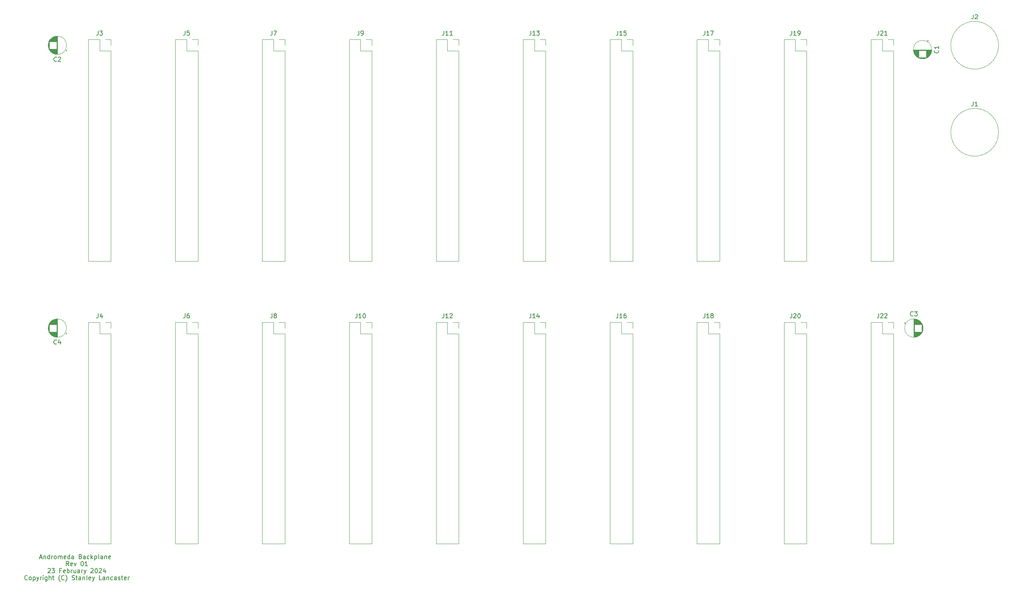
<source format=gbr>
%TF.GenerationSoftware,KiCad,Pcbnew,6.0.2+dfsg-1*%
%TF.CreationDate,2024-02-23T08:38:29-06:00*%
%TF.ProjectId,Backplan2,4261636b-706c-4616-9e32-2e6b69636164,rev?*%
%TF.SameCoordinates,Original*%
%TF.FileFunction,Legend,Top*%
%TF.FilePolarity,Positive*%
%FSLAX46Y46*%
G04 Gerber Fmt 4.6, Leading zero omitted, Abs format (unit mm)*
G04 Created by KiCad (PCBNEW 6.0.2+dfsg-1) date 2024-02-23 08:38:29*
%MOMM*%
%LPD*%
G01*
G04 APERTURE LIST*
%ADD10C,0.150000*%
%ADD11C,0.120000*%
G04 APERTURE END LIST*
D10*
X40000000Y-147751666D02*
X40476190Y-147751666D01*
X39904761Y-148037380D02*
X40238095Y-147037380D01*
X40571428Y-148037380D01*
X40904761Y-147370714D02*
X40904761Y-148037380D01*
X40904761Y-147465952D02*
X40952380Y-147418333D01*
X41047619Y-147370714D01*
X41190476Y-147370714D01*
X41285714Y-147418333D01*
X41333333Y-147513571D01*
X41333333Y-148037380D01*
X42238095Y-148037380D02*
X42238095Y-147037380D01*
X42238095Y-147989761D02*
X42142857Y-148037380D01*
X41952380Y-148037380D01*
X41857142Y-147989761D01*
X41809523Y-147942142D01*
X41761904Y-147846904D01*
X41761904Y-147561190D01*
X41809523Y-147465952D01*
X41857142Y-147418333D01*
X41952380Y-147370714D01*
X42142857Y-147370714D01*
X42238095Y-147418333D01*
X42714285Y-148037380D02*
X42714285Y-147370714D01*
X42714285Y-147561190D02*
X42761904Y-147465952D01*
X42809523Y-147418333D01*
X42904761Y-147370714D01*
X42999999Y-147370714D01*
X43476190Y-148037380D02*
X43380952Y-147989761D01*
X43333333Y-147942142D01*
X43285714Y-147846904D01*
X43285714Y-147561190D01*
X43333333Y-147465952D01*
X43380952Y-147418333D01*
X43476190Y-147370714D01*
X43619047Y-147370714D01*
X43714285Y-147418333D01*
X43761904Y-147465952D01*
X43809523Y-147561190D01*
X43809523Y-147846904D01*
X43761904Y-147942142D01*
X43714285Y-147989761D01*
X43619047Y-148037380D01*
X43476190Y-148037380D01*
X44238095Y-148037380D02*
X44238095Y-147370714D01*
X44238095Y-147465952D02*
X44285714Y-147418333D01*
X44380952Y-147370714D01*
X44523809Y-147370714D01*
X44619047Y-147418333D01*
X44666666Y-147513571D01*
X44666666Y-148037380D01*
X44666666Y-147513571D02*
X44714285Y-147418333D01*
X44809523Y-147370714D01*
X44952380Y-147370714D01*
X45047619Y-147418333D01*
X45095238Y-147513571D01*
X45095238Y-148037380D01*
X45952380Y-147989761D02*
X45857142Y-148037380D01*
X45666666Y-148037380D01*
X45571428Y-147989761D01*
X45523809Y-147894523D01*
X45523809Y-147513571D01*
X45571428Y-147418333D01*
X45666666Y-147370714D01*
X45857142Y-147370714D01*
X45952380Y-147418333D01*
X45999999Y-147513571D01*
X45999999Y-147608809D01*
X45523809Y-147704047D01*
X46857142Y-148037380D02*
X46857142Y-147037380D01*
X46857142Y-147989761D02*
X46761904Y-148037380D01*
X46571428Y-148037380D01*
X46476190Y-147989761D01*
X46428571Y-147942142D01*
X46380952Y-147846904D01*
X46380952Y-147561190D01*
X46428571Y-147465952D01*
X46476190Y-147418333D01*
X46571428Y-147370714D01*
X46761904Y-147370714D01*
X46857142Y-147418333D01*
X47761904Y-148037380D02*
X47761904Y-147513571D01*
X47714285Y-147418333D01*
X47619047Y-147370714D01*
X47428571Y-147370714D01*
X47333333Y-147418333D01*
X47761904Y-147989761D02*
X47666666Y-148037380D01*
X47428571Y-148037380D01*
X47333333Y-147989761D01*
X47285714Y-147894523D01*
X47285714Y-147799285D01*
X47333333Y-147704047D01*
X47428571Y-147656428D01*
X47666666Y-147656428D01*
X47761904Y-147608809D01*
X49333333Y-147513571D02*
X49476190Y-147561190D01*
X49523809Y-147608809D01*
X49571428Y-147704047D01*
X49571428Y-147846904D01*
X49523809Y-147942142D01*
X49476190Y-147989761D01*
X49380952Y-148037380D01*
X49000000Y-148037380D01*
X49000000Y-147037380D01*
X49333333Y-147037380D01*
X49428571Y-147085000D01*
X49476190Y-147132619D01*
X49523809Y-147227857D01*
X49523809Y-147323095D01*
X49476190Y-147418333D01*
X49428571Y-147465952D01*
X49333333Y-147513571D01*
X49000000Y-147513571D01*
X50428571Y-148037380D02*
X50428571Y-147513571D01*
X50380952Y-147418333D01*
X50285714Y-147370714D01*
X50095238Y-147370714D01*
X50000000Y-147418333D01*
X50428571Y-147989761D02*
X50333333Y-148037380D01*
X50095238Y-148037380D01*
X50000000Y-147989761D01*
X49952380Y-147894523D01*
X49952380Y-147799285D01*
X50000000Y-147704047D01*
X50095238Y-147656428D01*
X50333333Y-147656428D01*
X50428571Y-147608809D01*
X51333333Y-147989761D02*
X51238095Y-148037380D01*
X51047619Y-148037380D01*
X50952380Y-147989761D01*
X50904761Y-147942142D01*
X50857142Y-147846904D01*
X50857142Y-147561190D01*
X50904761Y-147465952D01*
X50952380Y-147418333D01*
X51047619Y-147370714D01*
X51238095Y-147370714D01*
X51333333Y-147418333D01*
X51761904Y-148037380D02*
X51761904Y-147037380D01*
X51857142Y-147656428D02*
X52142857Y-148037380D01*
X52142857Y-147370714D02*
X51761904Y-147751666D01*
X52571428Y-147370714D02*
X52571428Y-148370714D01*
X52571428Y-147418333D02*
X52666666Y-147370714D01*
X52857142Y-147370714D01*
X52952380Y-147418333D01*
X52999999Y-147465952D01*
X53047619Y-147561190D01*
X53047619Y-147846904D01*
X52999999Y-147942142D01*
X52952380Y-147989761D01*
X52857142Y-148037380D01*
X52666666Y-148037380D01*
X52571428Y-147989761D01*
X53619047Y-148037380D02*
X53523809Y-147989761D01*
X53476190Y-147894523D01*
X53476190Y-147037380D01*
X54428571Y-148037380D02*
X54428571Y-147513571D01*
X54380952Y-147418333D01*
X54285714Y-147370714D01*
X54095238Y-147370714D01*
X54000000Y-147418333D01*
X54428571Y-147989761D02*
X54333333Y-148037380D01*
X54095238Y-148037380D01*
X54000000Y-147989761D01*
X53952380Y-147894523D01*
X53952380Y-147799285D01*
X54000000Y-147704047D01*
X54095238Y-147656428D01*
X54333333Y-147656428D01*
X54428571Y-147608809D01*
X54904761Y-147370714D02*
X54904761Y-148037380D01*
X54904761Y-147465952D02*
X54952380Y-147418333D01*
X55047619Y-147370714D01*
X55190476Y-147370714D01*
X55285714Y-147418333D01*
X55333333Y-147513571D01*
X55333333Y-148037380D01*
X56190476Y-147989761D02*
X56095238Y-148037380D01*
X55904761Y-148037380D01*
X55809523Y-147989761D01*
X55761904Y-147894523D01*
X55761904Y-147513571D01*
X55809523Y-147418333D01*
X55904761Y-147370714D01*
X56095238Y-147370714D01*
X56190476Y-147418333D01*
X56238095Y-147513571D01*
X56238095Y-147608809D01*
X55761904Y-147704047D01*
X46666666Y-149647380D02*
X46333333Y-149171190D01*
X46095238Y-149647380D02*
X46095238Y-148647380D01*
X46476190Y-148647380D01*
X46571428Y-148695000D01*
X46619047Y-148742619D01*
X46666666Y-148837857D01*
X46666666Y-148980714D01*
X46619047Y-149075952D01*
X46571428Y-149123571D01*
X46476190Y-149171190D01*
X46095238Y-149171190D01*
X47476190Y-149599761D02*
X47380952Y-149647380D01*
X47190476Y-149647380D01*
X47095238Y-149599761D01*
X47047619Y-149504523D01*
X47047619Y-149123571D01*
X47095238Y-149028333D01*
X47190476Y-148980714D01*
X47380952Y-148980714D01*
X47476190Y-149028333D01*
X47523809Y-149123571D01*
X47523809Y-149218809D01*
X47047619Y-149314047D01*
X47857142Y-148980714D02*
X48095238Y-149647380D01*
X48333333Y-148980714D01*
X49666666Y-148647380D02*
X49761904Y-148647380D01*
X49857142Y-148695000D01*
X49904761Y-148742619D01*
X49952380Y-148837857D01*
X50000000Y-149028333D01*
X50000000Y-149266428D01*
X49952380Y-149456904D01*
X49904761Y-149552142D01*
X49857142Y-149599761D01*
X49761904Y-149647380D01*
X49666666Y-149647380D01*
X49571428Y-149599761D01*
X49523809Y-149552142D01*
X49476190Y-149456904D01*
X49428571Y-149266428D01*
X49428571Y-149028333D01*
X49476190Y-148837857D01*
X49523809Y-148742619D01*
X49571428Y-148695000D01*
X49666666Y-148647380D01*
X50952380Y-149647380D02*
X50380952Y-149647380D01*
X50666666Y-149647380D02*
X50666666Y-148647380D01*
X50571428Y-148790238D01*
X50476190Y-148885476D01*
X50380952Y-148933095D01*
X41857142Y-150352619D02*
X41904761Y-150305000D01*
X42000000Y-150257380D01*
X42238095Y-150257380D01*
X42333333Y-150305000D01*
X42380952Y-150352619D01*
X42428571Y-150447857D01*
X42428571Y-150543095D01*
X42380952Y-150685952D01*
X41809523Y-151257380D01*
X42428571Y-151257380D01*
X42761904Y-150257380D02*
X43380952Y-150257380D01*
X43047619Y-150638333D01*
X43190476Y-150638333D01*
X43285714Y-150685952D01*
X43333333Y-150733571D01*
X43380952Y-150828809D01*
X43380952Y-151066904D01*
X43333333Y-151162142D01*
X43285714Y-151209761D01*
X43190476Y-151257380D01*
X42904761Y-151257380D01*
X42809523Y-151209761D01*
X42761904Y-151162142D01*
X44904761Y-150733571D02*
X44571428Y-150733571D01*
X44571428Y-151257380D02*
X44571428Y-150257380D01*
X45047619Y-150257380D01*
X45809523Y-151209761D02*
X45714285Y-151257380D01*
X45523809Y-151257380D01*
X45428571Y-151209761D01*
X45380952Y-151114523D01*
X45380952Y-150733571D01*
X45428571Y-150638333D01*
X45523809Y-150590714D01*
X45714285Y-150590714D01*
X45809523Y-150638333D01*
X45857142Y-150733571D01*
X45857142Y-150828809D01*
X45380952Y-150924047D01*
X46285714Y-151257380D02*
X46285714Y-150257380D01*
X46285714Y-150638333D02*
X46380952Y-150590714D01*
X46571428Y-150590714D01*
X46666666Y-150638333D01*
X46714285Y-150685952D01*
X46761904Y-150781190D01*
X46761904Y-151066904D01*
X46714285Y-151162142D01*
X46666666Y-151209761D01*
X46571428Y-151257380D01*
X46380952Y-151257380D01*
X46285714Y-151209761D01*
X47190476Y-151257380D02*
X47190476Y-150590714D01*
X47190476Y-150781190D02*
X47238095Y-150685952D01*
X47285714Y-150638333D01*
X47380952Y-150590714D01*
X47476190Y-150590714D01*
X48238095Y-150590714D02*
X48238095Y-151257380D01*
X47809523Y-150590714D02*
X47809523Y-151114523D01*
X47857142Y-151209761D01*
X47952380Y-151257380D01*
X48095238Y-151257380D01*
X48190476Y-151209761D01*
X48238095Y-151162142D01*
X49142857Y-151257380D02*
X49142857Y-150733571D01*
X49095238Y-150638333D01*
X49000000Y-150590714D01*
X48809523Y-150590714D01*
X48714285Y-150638333D01*
X49142857Y-151209761D02*
X49047619Y-151257380D01*
X48809523Y-151257380D01*
X48714285Y-151209761D01*
X48666666Y-151114523D01*
X48666666Y-151019285D01*
X48714285Y-150924047D01*
X48809523Y-150876428D01*
X49047619Y-150876428D01*
X49142857Y-150828809D01*
X49619047Y-151257380D02*
X49619047Y-150590714D01*
X49619047Y-150781190D02*
X49666666Y-150685952D01*
X49714285Y-150638333D01*
X49809523Y-150590714D01*
X49904761Y-150590714D01*
X50142857Y-150590714D02*
X50380952Y-151257380D01*
X50619047Y-150590714D02*
X50380952Y-151257380D01*
X50285714Y-151495476D01*
X50238095Y-151543095D01*
X50142857Y-151590714D01*
X51714285Y-150352619D02*
X51761904Y-150305000D01*
X51857142Y-150257380D01*
X52095238Y-150257380D01*
X52190476Y-150305000D01*
X52238095Y-150352619D01*
X52285714Y-150447857D01*
X52285714Y-150543095D01*
X52238095Y-150685952D01*
X51666666Y-151257380D01*
X52285714Y-151257380D01*
X52904761Y-150257380D02*
X53000000Y-150257380D01*
X53095238Y-150305000D01*
X53142857Y-150352619D01*
X53190476Y-150447857D01*
X53238095Y-150638333D01*
X53238095Y-150876428D01*
X53190476Y-151066904D01*
X53142857Y-151162142D01*
X53095238Y-151209761D01*
X53000000Y-151257380D01*
X52904761Y-151257380D01*
X52809523Y-151209761D01*
X52761904Y-151162142D01*
X52714285Y-151066904D01*
X52666666Y-150876428D01*
X52666666Y-150638333D01*
X52714285Y-150447857D01*
X52761904Y-150352619D01*
X52809523Y-150305000D01*
X52904761Y-150257380D01*
X53619047Y-150352619D02*
X53666666Y-150305000D01*
X53761904Y-150257380D01*
X53999999Y-150257380D01*
X54095238Y-150305000D01*
X54142857Y-150352619D01*
X54190476Y-150447857D01*
X54190476Y-150543095D01*
X54142857Y-150685952D01*
X53571428Y-151257380D01*
X54190476Y-151257380D01*
X55047619Y-150590714D02*
X55047619Y-151257380D01*
X54809523Y-150209761D02*
X54571428Y-150924047D01*
X55190476Y-150924047D01*
X37119047Y-152772142D02*
X37071428Y-152819761D01*
X36928571Y-152867380D01*
X36833333Y-152867380D01*
X36690476Y-152819761D01*
X36595238Y-152724523D01*
X36547619Y-152629285D01*
X36500000Y-152438809D01*
X36500000Y-152295952D01*
X36547619Y-152105476D01*
X36595238Y-152010238D01*
X36690476Y-151915000D01*
X36833333Y-151867380D01*
X36928571Y-151867380D01*
X37071428Y-151915000D01*
X37119047Y-151962619D01*
X37690476Y-152867380D02*
X37595238Y-152819761D01*
X37547619Y-152772142D01*
X37500000Y-152676904D01*
X37500000Y-152391190D01*
X37547619Y-152295952D01*
X37595238Y-152248333D01*
X37690476Y-152200714D01*
X37833333Y-152200714D01*
X37928571Y-152248333D01*
X37976190Y-152295952D01*
X38023809Y-152391190D01*
X38023809Y-152676904D01*
X37976190Y-152772142D01*
X37928571Y-152819761D01*
X37833333Y-152867380D01*
X37690476Y-152867380D01*
X38452380Y-152200714D02*
X38452380Y-153200714D01*
X38452380Y-152248333D02*
X38547619Y-152200714D01*
X38738095Y-152200714D01*
X38833333Y-152248333D01*
X38880952Y-152295952D01*
X38928571Y-152391190D01*
X38928571Y-152676904D01*
X38880952Y-152772142D01*
X38833333Y-152819761D01*
X38738095Y-152867380D01*
X38547619Y-152867380D01*
X38452380Y-152819761D01*
X39261904Y-152200714D02*
X39500000Y-152867380D01*
X39738095Y-152200714D02*
X39500000Y-152867380D01*
X39404761Y-153105476D01*
X39357142Y-153153095D01*
X39261904Y-153200714D01*
X40119047Y-152867380D02*
X40119047Y-152200714D01*
X40119047Y-152391190D02*
X40166666Y-152295952D01*
X40214285Y-152248333D01*
X40309523Y-152200714D01*
X40404761Y-152200714D01*
X40738095Y-152867380D02*
X40738095Y-152200714D01*
X40738095Y-151867380D02*
X40690476Y-151915000D01*
X40738095Y-151962619D01*
X40785714Y-151915000D01*
X40738095Y-151867380D01*
X40738095Y-151962619D01*
X41642857Y-152200714D02*
X41642857Y-153010238D01*
X41595238Y-153105476D01*
X41547619Y-153153095D01*
X41452380Y-153200714D01*
X41309523Y-153200714D01*
X41214285Y-153153095D01*
X41642857Y-152819761D02*
X41547619Y-152867380D01*
X41357142Y-152867380D01*
X41261904Y-152819761D01*
X41214285Y-152772142D01*
X41166666Y-152676904D01*
X41166666Y-152391190D01*
X41214285Y-152295952D01*
X41261904Y-152248333D01*
X41357142Y-152200714D01*
X41547619Y-152200714D01*
X41642857Y-152248333D01*
X42119047Y-152867380D02*
X42119047Y-151867380D01*
X42547619Y-152867380D02*
X42547619Y-152343571D01*
X42500000Y-152248333D01*
X42404761Y-152200714D01*
X42261904Y-152200714D01*
X42166666Y-152248333D01*
X42119047Y-152295952D01*
X42880952Y-152200714D02*
X43261904Y-152200714D01*
X43023809Y-151867380D02*
X43023809Y-152724523D01*
X43071428Y-152819761D01*
X43166666Y-152867380D01*
X43261904Y-152867380D01*
X44642857Y-153248333D02*
X44595238Y-153200714D01*
X44499999Y-153057857D01*
X44452380Y-152962619D01*
X44404761Y-152819761D01*
X44357142Y-152581666D01*
X44357142Y-152391190D01*
X44404761Y-152153095D01*
X44452380Y-152010238D01*
X44499999Y-151915000D01*
X44595238Y-151772142D01*
X44642857Y-151724523D01*
X45595238Y-152772142D02*
X45547619Y-152819761D01*
X45404761Y-152867380D01*
X45309523Y-152867380D01*
X45166666Y-152819761D01*
X45071428Y-152724523D01*
X45023809Y-152629285D01*
X44976190Y-152438809D01*
X44976190Y-152295952D01*
X45023809Y-152105476D01*
X45071428Y-152010238D01*
X45166666Y-151915000D01*
X45309523Y-151867380D01*
X45404761Y-151867380D01*
X45547619Y-151915000D01*
X45595238Y-151962619D01*
X45928571Y-153248333D02*
X45976190Y-153200714D01*
X46071428Y-153057857D01*
X46119047Y-152962619D01*
X46166666Y-152819761D01*
X46214285Y-152581666D01*
X46214285Y-152391190D01*
X46166666Y-152153095D01*
X46119047Y-152010238D01*
X46071428Y-151915000D01*
X45976190Y-151772142D01*
X45928571Y-151724523D01*
X47404761Y-152819761D02*
X47547619Y-152867380D01*
X47785714Y-152867380D01*
X47880952Y-152819761D01*
X47928571Y-152772142D01*
X47976190Y-152676904D01*
X47976190Y-152581666D01*
X47928571Y-152486428D01*
X47880952Y-152438809D01*
X47785714Y-152391190D01*
X47595238Y-152343571D01*
X47499999Y-152295952D01*
X47452380Y-152248333D01*
X47404761Y-152153095D01*
X47404761Y-152057857D01*
X47452380Y-151962619D01*
X47499999Y-151915000D01*
X47595238Y-151867380D01*
X47833333Y-151867380D01*
X47976190Y-151915000D01*
X48261904Y-152200714D02*
X48642857Y-152200714D01*
X48404761Y-151867380D02*
X48404761Y-152724523D01*
X48452380Y-152819761D01*
X48547619Y-152867380D01*
X48642857Y-152867380D01*
X49404761Y-152867380D02*
X49404761Y-152343571D01*
X49357142Y-152248333D01*
X49261904Y-152200714D01*
X49071428Y-152200714D01*
X48976190Y-152248333D01*
X49404761Y-152819761D02*
X49309523Y-152867380D01*
X49071428Y-152867380D01*
X48976190Y-152819761D01*
X48928571Y-152724523D01*
X48928571Y-152629285D01*
X48976190Y-152534047D01*
X49071428Y-152486428D01*
X49309523Y-152486428D01*
X49404761Y-152438809D01*
X49880952Y-152200714D02*
X49880952Y-152867380D01*
X49880952Y-152295952D02*
X49928571Y-152248333D01*
X50023809Y-152200714D01*
X50166666Y-152200714D01*
X50261904Y-152248333D01*
X50309523Y-152343571D01*
X50309523Y-152867380D01*
X50928571Y-152867380D02*
X50833333Y-152819761D01*
X50785714Y-152724523D01*
X50785714Y-151867380D01*
X51690476Y-152819761D02*
X51595238Y-152867380D01*
X51404761Y-152867380D01*
X51309523Y-152819761D01*
X51261904Y-152724523D01*
X51261904Y-152343571D01*
X51309523Y-152248333D01*
X51404761Y-152200714D01*
X51595238Y-152200714D01*
X51690476Y-152248333D01*
X51738095Y-152343571D01*
X51738095Y-152438809D01*
X51261904Y-152534047D01*
X52071428Y-152200714D02*
X52309523Y-152867380D01*
X52547619Y-152200714D02*
X52309523Y-152867380D01*
X52214285Y-153105476D01*
X52166666Y-153153095D01*
X52071428Y-153200714D01*
X54166666Y-152867380D02*
X53690476Y-152867380D01*
X53690476Y-151867380D01*
X54928571Y-152867380D02*
X54928571Y-152343571D01*
X54880952Y-152248333D01*
X54785714Y-152200714D01*
X54595238Y-152200714D01*
X54499999Y-152248333D01*
X54928571Y-152819761D02*
X54833333Y-152867380D01*
X54595238Y-152867380D01*
X54499999Y-152819761D01*
X54452380Y-152724523D01*
X54452380Y-152629285D01*
X54499999Y-152534047D01*
X54595238Y-152486428D01*
X54833333Y-152486428D01*
X54928571Y-152438809D01*
X55404761Y-152200714D02*
X55404761Y-152867380D01*
X55404761Y-152295952D02*
X55452380Y-152248333D01*
X55547619Y-152200714D01*
X55690476Y-152200714D01*
X55785714Y-152248333D01*
X55833333Y-152343571D01*
X55833333Y-152867380D01*
X56738095Y-152819761D02*
X56642857Y-152867380D01*
X56452380Y-152867380D01*
X56357142Y-152819761D01*
X56309523Y-152772142D01*
X56261904Y-152676904D01*
X56261904Y-152391190D01*
X56309523Y-152295952D01*
X56357142Y-152248333D01*
X56452380Y-152200714D01*
X56642857Y-152200714D01*
X56738095Y-152248333D01*
X57595238Y-152867380D02*
X57595238Y-152343571D01*
X57547619Y-152248333D01*
X57452380Y-152200714D01*
X57261904Y-152200714D01*
X57166666Y-152248333D01*
X57595238Y-152819761D02*
X57499999Y-152867380D01*
X57261904Y-152867380D01*
X57166666Y-152819761D01*
X57119047Y-152724523D01*
X57119047Y-152629285D01*
X57166666Y-152534047D01*
X57261904Y-152486428D01*
X57499999Y-152486428D01*
X57595238Y-152438809D01*
X58023809Y-152819761D02*
X58119047Y-152867380D01*
X58309523Y-152867380D01*
X58404761Y-152819761D01*
X58452380Y-152724523D01*
X58452380Y-152676904D01*
X58404761Y-152581666D01*
X58309523Y-152534047D01*
X58166666Y-152534047D01*
X58071428Y-152486428D01*
X58023809Y-152391190D01*
X58023809Y-152343571D01*
X58071428Y-152248333D01*
X58166666Y-152200714D01*
X58309523Y-152200714D01*
X58404761Y-152248333D01*
X58738095Y-152200714D02*
X59119047Y-152200714D01*
X58880952Y-151867380D02*
X58880952Y-152724523D01*
X58928571Y-152819761D01*
X59023809Y-152867380D01*
X59119047Y-152867380D01*
X59833333Y-152819761D02*
X59738095Y-152867380D01*
X59547619Y-152867380D01*
X59452380Y-152819761D01*
X59404761Y-152724523D01*
X59404761Y-152343571D01*
X59452380Y-152248333D01*
X59547619Y-152200714D01*
X59738095Y-152200714D01*
X59833333Y-152248333D01*
X59880952Y-152343571D01*
X59880952Y-152438809D01*
X59404761Y-152534047D01*
X60309523Y-152867380D02*
X60309523Y-152200714D01*
X60309523Y-152391190D02*
X60357142Y-152295952D01*
X60404761Y-152248333D01*
X60499999Y-152200714D01*
X60595238Y-152200714D01*
%TO.C,J5*%
X73396666Y-26682380D02*
X73396666Y-27396666D01*
X73349047Y-27539523D01*
X73253809Y-27634761D01*
X73110952Y-27682380D01*
X73015714Y-27682380D01*
X74349047Y-26682380D02*
X73872857Y-26682380D01*
X73825238Y-27158571D01*
X73872857Y-27110952D01*
X73968095Y-27063333D01*
X74206190Y-27063333D01*
X74301428Y-27110952D01*
X74349047Y-27158571D01*
X74396666Y-27253809D01*
X74396666Y-27491904D01*
X74349047Y-27587142D01*
X74301428Y-27634761D01*
X74206190Y-27682380D01*
X73968095Y-27682380D01*
X73872857Y-27634761D01*
X73825238Y-27587142D01*
%TO.C,J7*%
X93396666Y-26682380D02*
X93396666Y-27396666D01*
X93349047Y-27539523D01*
X93253809Y-27634761D01*
X93110952Y-27682380D01*
X93015714Y-27682380D01*
X93777619Y-26682380D02*
X94444285Y-26682380D01*
X94015714Y-27682380D01*
%TO.C,J4*%
X53396666Y-91682380D02*
X53396666Y-92396666D01*
X53349047Y-92539523D01*
X53253809Y-92634761D01*
X53110952Y-92682380D01*
X53015714Y-92682380D01*
X54301428Y-92015714D02*
X54301428Y-92682380D01*
X54063333Y-91634761D02*
X53825238Y-92349047D01*
X54444285Y-92349047D01*
%TO.C,J6*%
X73396666Y-91682380D02*
X73396666Y-92396666D01*
X73349047Y-92539523D01*
X73253809Y-92634761D01*
X73110952Y-92682380D01*
X73015714Y-92682380D01*
X74301428Y-91682380D02*
X74110952Y-91682380D01*
X74015714Y-91730000D01*
X73968095Y-91777619D01*
X73872857Y-91920476D01*
X73825238Y-92110952D01*
X73825238Y-92491904D01*
X73872857Y-92587142D01*
X73920476Y-92634761D01*
X74015714Y-92682380D01*
X74206190Y-92682380D01*
X74301428Y-92634761D01*
X74349047Y-92587142D01*
X74396666Y-92491904D01*
X74396666Y-92253809D01*
X74349047Y-92158571D01*
X74301428Y-92110952D01*
X74206190Y-92063333D01*
X74015714Y-92063333D01*
X73920476Y-92110952D01*
X73872857Y-92158571D01*
X73825238Y-92253809D01*
%TO.C,C3*%
X240833333Y-92107142D02*
X240785714Y-92154761D01*
X240642857Y-92202380D01*
X240547619Y-92202380D01*
X240404761Y-92154761D01*
X240309523Y-92059523D01*
X240261904Y-91964285D01*
X240214285Y-91773809D01*
X240214285Y-91630952D01*
X240261904Y-91440476D01*
X240309523Y-91345238D01*
X240404761Y-91250000D01*
X240547619Y-91202380D01*
X240642857Y-91202380D01*
X240785714Y-91250000D01*
X240833333Y-91297619D01*
X241166666Y-91202380D02*
X241785714Y-91202380D01*
X241452380Y-91583333D01*
X241595238Y-91583333D01*
X241690476Y-91630952D01*
X241738095Y-91678571D01*
X241785714Y-91773809D01*
X241785714Y-92011904D01*
X241738095Y-92107142D01*
X241690476Y-92154761D01*
X241595238Y-92202380D01*
X241309523Y-92202380D01*
X241214285Y-92154761D01*
X241166666Y-92107142D01*
%TO.C,J20*%
X212920476Y-91682380D02*
X212920476Y-92396666D01*
X212872857Y-92539523D01*
X212777619Y-92634761D01*
X212634761Y-92682380D01*
X212539523Y-92682380D01*
X213349047Y-91777619D02*
X213396666Y-91730000D01*
X213491904Y-91682380D01*
X213730000Y-91682380D01*
X213825238Y-91730000D01*
X213872857Y-91777619D01*
X213920476Y-91872857D01*
X213920476Y-91968095D01*
X213872857Y-92110952D01*
X213301428Y-92682380D01*
X213920476Y-92682380D01*
X214539523Y-91682380D02*
X214634761Y-91682380D01*
X214730000Y-91730000D01*
X214777619Y-91777619D01*
X214825238Y-91872857D01*
X214872857Y-92063333D01*
X214872857Y-92301428D01*
X214825238Y-92491904D01*
X214777619Y-92587142D01*
X214730000Y-92634761D01*
X214634761Y-92682380D01*
X214539523Y-92682380D01*
X214444285Y-92634761D01*
X214396666Y-92587142D01*
X214349047Y-92491904D01*
X214301428Y-92301428D01*
X214301428Y-92063333D01*
X214349047Y-91872857D01*
X214396666Y-91777619D01*
X214444285Y-91730000D01*
X214539523Y-91682380D01*
%TO.C,J9*%
X113396666Y-26682380D02*
X113396666Y-27396666D01*
X113349047Y-27539523D01*
X113253809Y-27634761D01*
X113110952Y-27682380D01*
X113015714Y-27682380D01*
X113920476Y-27682380D02*
X114110952Y-27682380D01*
X114206190Y-27634761D01*
X114253809Y-27587142D01*
X114349047Y-27444285D01*
X114396666Y-27253809D01*
X114396666Y-26872857D01*
X114349047Y-26777619D01*
X114301428Y-26730000D01*
X114206190Y-26682380D01*
X114015714Y-26682380D01*
X113920476Y-26730000D01*
X113872857Y-26777619D01*
X113825238Y-26872857D01*
X113825238Y-27110952D01*
X113872857Y-27206190D01*
X113920476Y-27253809D01*
X114015714Y-27301428D01*
X114206190Y-27301428D01*
X114301428Y-27253809D01*
X114349047Y-27206190D01*
X114396666Y-27110952D01*
%TO.C,J19*%
X212920476Y-26682380D02*
X212920476Y-27396666D01*
X212872857Y-27539523D01*
X212777619Y-27634761D01*
X212634761Y-27682380D01*
X212539523Y-27682380D01*
X213920476Y-27682380D02*
X213349047Y-27682380D01*
X213634761Y-27682380D02*
X213634761Y-26682380D01*
X213539523Y-26825238D01*
X213444285Y-26920476D01*
X213349047Y-26968095D01*
X214396666Y-27682380D02*
X214587142Y-27682380D01*
X214682380Y-27634761D01*
X214730000Y-27587142D01*
X214825238Y-27444285D01*
X214872857Y-27253809D01*
X214872857Y-26872857D01*
X214825238Y-26777619D01*
X214777619Y-26730000D01*
X214682380Y-26682380D01*
X214491904Y-26682380D01*
X214396666Y-26730000D01*
X214349047Y-26777619D01*
X214301428Y-26872857D01*
X214301428Y-27110952D01*
X214349047Y-27206190D01*
X214396666Y-27253809D01*
X214491904Y-27301428D01*
X214682380Y-27301428D01*
X214777619Y-27253809D01*
X214825238Y-27206190D01*
X214872857Y-27110952D01*
%TO.C,J16*%
X172920476Y-91682380D02*
X172920476Y-92396666D01*
X172872857Y-92539523D01*
X172777619Y-92634761D01*
X172634761Y-92682380D01*
X172539523Y-92682380D01*
X173920476Y-92682380D02*
X173349047Y-92682380D01*
X173634761Y-92682380D02*
X173634761Y-91682380D01*
X173539523Y-91825238D01*
X173444285Y-91920476D01*
X173349047Y-91968095D01*
X174777619Y-91682380D02*
X174587142Y-91682380D01*
X174491904Y-91730000D01*
X174444285Y-91777619D01*
X174349047Y-91920476D01*
X174301428Y-92110952D01*
X174301428Y-92491904D01*
X174349047Y-92587142D01*
X174396666Y-92634761D01*
X174491904Y-92682380D01*
X174682380Y-92682380D01*
X174777619Y-92634761D01*
X174825238Y-92587142D01*
X174872857Y-92491904D01*
X174872857Y-92253809D01*
X174825238Y-92158571D01*
X174777619Y-92110952D01*
X174682380Y-92063333D01*
X174491904Y-92063333D01*
X174396666Y-92110952D01*
X174349047Y-92158571D01*
X174301428Y-92253809D01*
%TO.C,C4*%
X43833333Y-98607142D02*
X43785714Y-98654761D01*
X43642857Y-98702380D01*
X43547619Y-98702380D01*
X43404761Y-98654761D01*
X43309523Y-98559523D01*
X43261904Y-98464285D01*
X43214285Y-98273809D01*
X43214285Y-98130952D01*
X43261904Y-97940476D01*
X43309523Y-97845238D01*
X43404761Y-97750000D01*
X43547619Y-97702380D01*
X43642857Y-97702380D01*
X43785714Y-97750000D01*
X43833333Y-97797619D01*
X44690476Y-98035714D02*
X44690476Y-98702380D01*
X44452380Y-97654761D02*
X44214285Y-98369047D01*
X44833333Y-98369047D01*
%TO.C,J21*%
X232920476Y-26682380D02*
X232920476Y-27396666D01*
X232872857Y-27539523D01*
X232777619Y-27634761D01*
X232634761Y-27682380D01*
X232539523Y-27682380D01*
X233349047Y-26777619D02*
X233396666Y-26730000D01*
X233491904Y-26682380D01*
X233730000Y-26682380D01*
X233825238Y-26730000D01*
X233872857Y-26777619D01*
X233920476Y-26872857D01*
X233920476Y-26968095D01*
X233872857Y-27110952D01*
X233301428Y-27682380D01*
X233920476Y-27682380D01*
X234872857Y-27682380D02*
X234301428Y-27682380D01*
X234587142Y-27682380D02*
X234587142Y-26682380D01*
X234491904Y-26825238D01*
X234396666Y-26920476D01*
X234301428Y-26968095D01*
%TO.C,J13*%
X152920476Y-26682380D02*
X152920476Y-27396666D01*
X152872857Y-27539523D01*
X152777619Y-27634761D01*
X152634761Y-27682380D01*
X152539523Y-27682380D01*
X153920476Y-27682380D02*
X153349047Y-27682380D01*
X153634761Y-27682380D02*
X153634761Y-26682380D01*
X153539523Y-26825238D01*
X153444285Y-26920476D01*
X153349047Y-26968095D01*
X154253809Y-26682380D02*
X154872857Y-26682380D01*
X154539523Y-27063333D01*
X154682380Y-27063333D01*
X154777619Y-27110952D01*
X154825238Y-27158571D01*
X154872857Y-27253809D01*
X154872857Y-27491904D01*
X154825238Y-27587142D01*
X154777619Y-27634761D01*
X154682380Y-27682380D01*
X154396666Y-27682380D01*
X154301428Y-27634761D01*
X154253809Y-27587142D01*
%TO.C,J10*%
X112920476Y-91682380D02*
X112920476Y-92396666D01*
X112872857Y-92539523D01*
X112777619Y-92634761D01*
X112634761Y-92682380D01*
X112539523Y-92682380D01*
X113920476Y-92682380D02*
X113349047Y-92682380D01*
X113634761Y-92682380D02*
X113634761Y-91682380D01*
X113539523Y-91825238D01*
X113444285Y-91920476D01*
X113349047Y-91968095D01*
X114539523Y-91682380D02*
X114634761Y-91682380D01*
X114730000Y-91730000D01*
X114777619Y-91777619D01*
X114825238Y-91872857D01*
X114872857Y-92063333D01*
X114872857Y-92301428D01*
X114825238Y-92491904D01*
X114777619Y-92587142D01*
X114730000Y-92634761D01*
X114634761Y-92682380D01*
X114539523Y-92682380D01*
X114444285Y-92634761D01*
X114396666Y-92587142D01*
X114349047Y-92491904D01*
X114301428Y-92301428D01*
X114301428Y-92063333D01*
X114349047Y-91872857D01*
X114396666Y-91777619D01*
X114444285Y-91730000D01*
X114539523Y-91682380D01*
%TO.C,J2*%
X254666666Y-22952380D02*
X254666666Y-23666666D01*
X254619047Y-23809523D01*
X254523809Y-23904761D01*
X254380952Y-23952380D01*
X254285714Y-23952380D01*
X255095238Y-23047619D02*
X255142857Y-23000000D01*
X255238095Y-22952380D01*
X255476190Y-22952380D01*
X255571428Y-23000000D01*
X255619047Y-23047619D01*
X255666666Y-23142857D01*
X255666666Y-23238095D01*
X255619047Y-23380952D01*
X255047619Y-23952380D01*
X255666666Y-23952380D01*
%TO.C,J1*%
X254666666Y-42952380D02*
X254666666Y-43666666D01*
X254619047Y-43809523D01*
X254523809Y-43904761D01*
X254380952Y-43952380D01*
X254285714Y-43952380D01*
X255666666Y-43952380D02*
X255095238Y-43952380D01*
X255380952Y-43952380D02*
X255380952Y-42952380D01*
X255285714Y-43095238D01*
X255190476Y-43190476D01*
X255095238Y-43238095D01*
%TO.C,C2*%
X43833333Y-33607142D02*
X43785714Y-33654761D01*
X43642857Y-33702380D01*
X43547619Y-33702380D01*
X43404761Y-33654761D01*
X43309523Y-33559523D01*
X43261904Y-33464285D01*
X43214285Y-33273809D01*
X43214285Y-33130952D01*
X43261904Y-32940476D01*
X43309523Y-32845238D01*
X43404761Y-32750000D01*
X43547619Y-32702380D01*
X43642857Y-32702380D01*
X43785714Y-32750000D01*
X43833333Y-32797619D01*
X44214285Y-32797619D02*
X44261904Y-32750000D01*
X44357142Y-32702380D01*
X44595238Y-32702380D01*
X44690476Y-32750000D01*
X44738095Y-32797619D01*
X44785714Y-32892857D01*
X44785714Y-32988095D01*
X44738095Y-33130952D01*
X44166666Y-33702380D01*
X44785714Y-33702380D01*
%TO.C,J11*%
X132920476Y-26682380D02*
X132920476Y-27396666D01*
X132872857Y-27539523D01*
X132777619Y-27634761D01*
X132634761Y-27682380D01*
X132539523Y-27682380D01*
X133920476Y-27682380D02*
X133349047Y-27682380D01*
X133634761Y-27682380D02*
X133634761Y-26682380D01*
X133539523Y-26825238D01*
X133444285Y-26920476D01*
X133349047Y-26968095D01*
X134872857Y-27682380D02*
X134301428Y-27682380D01*
X134587142Y-27682380D02*
X134587142Y-26682380D01*
X134491904Y-26825238D01*
X134396666Y-26920476D01*
X134301428Y-26968095D01*
%TO.C,J12*%
X132920476Y-91682380D02*
X132920476Y-92396666D01*
X132872857Y-92539523D01*
X132777619Y-92634761D01*
X132634761Y-92682380D01*
X132539523Y-92682380D01*
X133920476Y-92682380D02*
X133349047Y-92682380D01*
X133634761Y-92682380D02*
X133634761Y-91682380D01*
X133539523Y-91825238D01*
X133444285Y-91920476D01*
X133349047Y-91968095D01*
X134301428Y-91777619D02*
X134349047Y-91730000D01*
X134444285Y-91682380D01*
X134682380Y-91682380D01*
X134777619Y-91730000D01*
X134825238Y-91777619D01*
X134872857Y-91872857D01*
X134872857Y-91968095D01*
X134825238Y-92110952D01*
X134253809Y-92682380D01*
X134872857Y-92682380D01*
%TO.C,C1*%
X246607142Y-31166666D02*
X246654761Y-31214285D01*
X246702380Y-31357142D01*
X246702380Y-31452380D01*
X246654761Y-31595238D01*
X246559523Y-31690476D01*
X246464285Y-31738095D01*
X246273809Y-31785714D01*
X246130952Y-31785714D01*
X245940476Y-31738095D01*
X245845238Y-31690476D01*
X245750000Y-31595238D01*
X245702380Y-31452380D01*
X245702380Y-31357142D01*
X245750000Y-31214285D01*
X245797619Y-31166666D01*
X246702380Y-30214285D02*
X246702380Y-30785714D01*
X246702380Y-30500000D02*
X245702380Y-30500000D01*
X245845238Y-30595238D01*
X245940476Y-30690476D01*
X245988095Y-30785714D01*
%TO.C,J8*%
X93396666Y-91682380D02*
X93396666Y-92396666D01*
X93349047Y-92539523D01*
X93253809Y-92634761D01*
X93110952Y-92682380D01*
X93015714Y-92682380D01*
X94015714Y-92110952D02*
X93920476Y-92063333D01*
X93872857Y-92015714D01*
X93825238Y-91920476D01*
X93825238Y-91872857D01*
X93872857Y-91777619D01*
X93920476Y-91730000D01*
X94015714Y-91682380D01*
X94206190Y-91682380D01*
X94301428Y-91730000D01*
X94349047Y-91777619D01*
X94396666Y-91872857D01*
X94396666Y-91920476D01*
X94349047Y-92015714D01*
X94301428Y-92063333D01*
X94206190Y-92110952D01*
X94015714Y-92110952D01*
X93920476Y-92158571D01*
X93872857Y-92206190D01*
X93825238Y-92301428D01*
X93825238Y-92491904D01*
X93872857Y-92587142D01*
X93920476Y-92634761D01*
X94015714Y-92682380D01*
X94206190Y-92682380D01*
X94301428Y-92634761D01*
X94349047Y-92587142D01*
X94396666Y-92491904D01*
X94396666Y-92301428D01*
X94349047Y-92206190D01*
X94301428Y-92158571D01*
X94206190Y-92110952D01*
%TO.C,J17*%
X192920476Y-26682380D02*
X192920476Y-27396666D01*
X192872857Y-27539523D01*
X192777619Y-27634761D01*
X192634761Y-27682380D01*
X192539523Y-27682380D01*
X193920476Y-27682380D02*
X193349047Y-27682380D01*
X193634761Y-27682380D02*
X193634761Y-26682380D01*
X193539523Y-26825238D01*
X193444285Y-26920476D01*
X193349047Y-26968095D01*
X194253809Y-26682380D02*
X194920476Y-26682380D01*
X194491904Y-27682380D01*
%TO.C,J22*%
X232920476Y-91682380D02*
X232920476Y-92396666D01*
X232872857Y-92539523D01*
X232777619Y-92634761D01*
X232634761Y-92682380D01*
X232539523Y-92682380D01*
X233349047Y-91777619D02*
X233396666Y-91730000D01*
X233491904Y-91682380D01*
X233730000Y-91682380D01*
X233825238Y-91730000D01*
X233872857Y-91777619D01*
X233920476Y-91872857D01*
X233920476Y-91968095D01*
X233872857Y-92110952D01*
X233301428Y-92682380D01*
X233920476Y-92682380D01*
X234301428Y-91777619D02*
X234349047Y-91730000D01*
X234444285Y-91682380D01*
X234682380Y-91682380D01*
X234777619Y-91730000D01*
X234825238Y-91777619D01*
X234872857Y-91872857D01*
X234872857Y-91968095D01*
X234825238Y-92110952D01*
X234253809Y-92682380D01*
X234872857Y-92682380D01*
%TO.C,J14*%
X152920476Y-91682380D02*
X152920476Y-92396666D01*
X152872857Y-92539523D01*
X152777619Y-92634761D01*
X152634761Y-92682380D01*
X152539523Y-92682380D01*
X153920476Y-92682380D02*
X153349047Y-92682380D01*
X153634761Y-92682380D02*
X153634761Y-91682380D01*
X153539523Y-91825238D01*
X153444285Y-91920476D01*
X153349047Y-91968095D01*
X154777619Y-92015714D02*
X154777619Y-92682380D01*
X154539523Y-91634761D02*
X154301428Y-92349047D01*
X154920476Y-92349047D01*
%TO.C,J3*%
X53396666Y-26682380D02*
X53396666Y-27396666D01*
X53349047Y-27539523D01*
X53253809Y-27634761D01*
X53110952Y-27682380D01*
X53015714Y-27682380D01*
X53777619Y-26682380D02*
X54396666Y-26682380D01*
X54063333Y-27063333D01*
X54206190Y-27063333D01*
X54301428Y-27110952D01*
X54349047Y-27158571D01*
X54396666Y-27253809D01*
X54396666Y-27491904D01*
X54349047Y-27587142D01*
X54301428Y-27634761D01*
X54206190Y-27682380D01*
X53920476Y-27682380D01*
X53825238Y-27634761D01*
X53777619Y-27587142D01*
%TO.C,J15*%
X172920476Y-26682380D02*
X172920476Y-27396666D01*
X172872857Y-27539523D01*
X172777619Y-27634761D01*
X172634761Y-27682380D01*
X172539523Y-27682380D01*
X173920476Y-27682380D02*
X173349047Y-27682380D01*
X173634761Y-27682380D02*
X173634761Y-26682380D01*
X173539523Y-26825238D01*
X173444285Y-26920476D01*
X173349047Y-26968095D01*
X174825238Y-26682380D02*
X174349047Y-26682380D01*
X174301428Y-27158571D01*
X174349047Y-27110952D01*
X174444285Y-27063333D01*
X174682380Y-27063333D01*
X174777619Y-27110952D01*
X174825238Y-27158571D01*
X174872857Y-27253809D01*
X174872857Y-27491904D01*
X174825238Y-27587142D01*
X174777619Y-27634761D01*
X174682380Y-27682380D01*
X174444285Y-27682380D01*
X174349047Y-27634761D01*
X174301428Y-27587142D01*
%TO.C,J18*%
X192920476Y-91682380D02*
X192920476Y-92396666D01*
X192872857Y-92539523D01*
X192777619Y-92634761D01*
X192634761Y-92682380D01*
X192539523Y-92682380D01*
X193920476Y-92682380D02*
X193349047Y-92682380D01*
X193634761Y-92682380D02*
X193634761Y-91682380D01*
X193539523Y-91825238D01*
X193444285Y-91920476D01*
X193349047Y-91968095D01*
X194491904Y-92110952D02*
X194396666Y-92063333D01*
X194349047Y-92015714D01*
X194301428Y-91920476D01*
X194301428Y-91872857D01*
X194349047Y-91777619D01*
X194396666Y-91730000D01*
X194491904Y-91682380D01*
X194682380Y-91682380D01*
X194777619Y-91730000D01*
X194825238Y-91777619D01*
X194872857Y-91872857D01*
X194872857Y-91920476D01*
X194825238Y-92015714D01*
X194777619Y-92063333D01*
X194682380Y-92110952D01*
X194491904Y-92110952D01*
X194396666Y-92158571D01*
X194349047Y-92206190D01*
X194301428Y-92301428D01*
X194301428Y-92491904D01*
X194349047Y-92587142D01*
X194396666Y-92634761D01*
X194491904Y-92682380D01*
X194682380Y-92682380D01*
X194777619Y-92634761D01*
X194825238Y-92587142D01*
X194872857Y-92491904D01*
X194872857Y-92301428D01*
X194825238Y-92206190D01*
X194777619Y-92158571D01*
X194682380Y-92110952D01*
D11*
%TO.C,J5*%
X76330000Y-31270000D02*
X76330000Y-79590000D01*
X76330000Y-28670000D02*
X76330000Y-30000000D01*
X75000000Y-28670000D02*
X76330000Y-28670000D01*
X71130000Y-28670000D02*
X73730000Y-28670000D01*
X73730000Y-28670000D02*
X73730000Y-31270000D01*
X71130000Y-28670000D02*
X71130000Y-79590000D01*
X71130000Y-79590000D02*
X76330000Y-79590000D01*
X73730000Y-31270000D02*
X76330000Y-31270000D01*
%TO.C,J7*%
X91130000Y-79590000D02*
X96330000Y-79590000D01*
X91130000Y-28670000D02*
X93730000Y-28670000D01*
X91130000Y-28670000D02*
X91130000Y-79590000D01*
X95000000Y-28670000D02*
X96330000Y-28670000D01*
X96330000Y-28670000D02*
X96330000Y-30000000D01*
X93730000Y-31270000D02*
X96330000Y-31270000D01*
X96330000Y-31270000D02*
X96330000Y-79590000D01*
X93730000Y-28670000D02*
X93730000Y-31270000D01*
%TO.C,J4*%
X51130000Y-93670000D02*
X51130000Y-144590000D01*
X53730000Y-93670000D02*
X53730000Y-96270000D01*
X56330000Y-93670000D02*
X56330000Y-95000000D01*
X55000000Y-93670000D02*
X56330000Y-93670000D01*
X51130000Y-144590000D02*
X56330000Y-144590000D01*
X51130000Y-93670000D02*
X53730000Y-93670000D01*
X56330000Y-96270000D02*
X56330000Y-144590000D01*
X53730000Y-96270000D02*
X56330000Y-96270000D01*
%TO.C,J6*%
X73730000Y-96270000D02*
X76330000Y-96270000D01*
X71130000Y-93670000D02*
X73730000Y-93670000D01*
X71130000Y-93670000D02*
X71130000Y-144590000D01*
X76330000Y-93670000D02*
X76330000Y-95000000D01*
X73730000Y-93670000D02*
X73730000Y-96270000D01*
X76330000Y-96270000D02*
X76330000Y-144590000D01*
X71130000Y-144590000D02*
X76330000Y-144590000D01*
X75000000Y-93670000D02*
X76330000Y-93670000D01*
%TO.C,C3*%
X241801000Y-95840000D02*
X241801000Y-96924000D01*
X242361000Y-95840000D02*
X242361000Y-96587000D01*
X242521000Y-95840000D02*
X242521000Y-96438000D01*
X242041000Y-93192000D02*
X242041000Y-94160000D01*
X241921000Y-95840000D02*
X241921000Y-96870000D01*
X242801000Y-93920000D02*
X242801000Y-94160000D01*
X243001000Y-94336000D02*
X243001000Y-95664000D01*
X241881000Y-95840000D02*
X241881000Y-96889000D01*
X242121000Y-95840000D02*
X242121000Y-96760000D01*
X238730199Y-93805000D02*
X239130199Y-93805000D01*
X242481000Y-95840000D02*
X242481000Y-96478000D01*
X241721000Y-93046000D02*
X241721000Y-94160000D01*
X242601000Y-93649000D02*
X242601000Y-94160000D01*
X242201000Y-95840000D02*
X242201000Y-96708000D01*
X242041000Y-95840000D02*
X242041000Y-96808000D01*
X242121000Y-93240000D02*
X242121000Y-94160000D01*
X241640000Y-93018000D02*
X241640000Y-94160000D01*
X241680000Y-95840000D02*
X241680000Y-96968000D01*
X242161000Y-95840000D02*
X242161000Y-96735000D01*
X241080000Y-92921000D02*
X241080000Y-97079000D01*
X242241000Y-93320000D02*
X242241000Y-94160000D01*
X241440000Y-92966000D02*
X241440000Y-94160000D01*
X241761000Y-93060000D02*
X241761000Y-94160000D01*
X241961000Y-93149000D02*
X241961000Y-94160000D01*
X242921000Y-94141000D02*
X242921000Y-95859000D01*
X242641000Y-95840000D02*
X242641000Y-96304000D01*
X241560000Y-92995000D02*
X241560000Y-94160000D01*
X241040000Y-92920000D02*
X241040000Y-97080000D01*
X242961000Y-94232000D02*
X242961000Y-95768000D01*
X242081000Y-95840000D02*
X242081000Y-96785000D01*
X241280000Y-92938000D02*
X241280000Y-94160000D01*
X241160000Y-92926000D02*
X241160000Y-97074000D01*
X242281000Y-95840000D02*
X242281000Y-96650000D01*
X241721000Y-95840000D02*
X241721000Y-96954000D01*
X241600000Y-95840000D02*
X241600000Y-96994000D01*
X241200000Y-95840000D02*
X241200000Y-97071000D01*
X242681000Y-95840000D02*
X242681000Y-96254000D01*
X242561000Y-93604000D02*
X242561000Y-94160000D01*
X241280000Y-95840000D02*
X241280000Y-97062000D01*
X242001000Y-95840000D02*
X242001000Y-96830000D01*
X241440000Y-95840000D02*
X241440000Y-97034000D01*
X238930199Y-93605000D02*
X238930199Y-94005000D01*
X242401000Y-93448000D02*
X242401000Y-94160000D01*
X242521000Y-93562000D02*
X242521000Y-94160000D01*
X242681000Y-93746000D02*
X242681000Y-94160000D01*
X242721000Y-93800000D02*
X242721000Y-94160000D01*
X241520000Y-95840000D02*
X241520000Y-97016000D01*
X241881000Y-93111000D02*
X241881000Y-94160000D01*
X241240000Y-92933000D02*
X241240000Y-94160000D01*
X242881000Y-94060000D02*
X242881000Y-95940000D01*
X242201000Y-93292000D02*
X242201000Y-94160000D01*
X241320000Y-92944000D02*
X241320000Y-94160000D01*
X241841000Y-95840000D02*
X241841000Y-96907000D01*
X242081000Y-93215000D02*
X242081000Y-94160000D01*
X241680000Y-93032000D02*
X241680000Y-94160000D01*
X241120000Y-92923000D02*
X241120000Y-97077000D01*
X241480000Y-92975000D02*
X241480000Y-94160000D01*
X241000000Y-92920000D02*
X241000000Y-97080000D01*
X241400000Y-92958000D02*
X241400000Y-94160000D01*
X241600000Y-93006000D02*
X241600000Y-94160000D01*
X243081000Y-94630000D02*
X243081000Y-95370000D01*
X241961000Y-95840000D02*
X241961000Y-96851000D01*
X242601000Y-95840000D02*
X242601000Y-96351000D01*
X241200000Y-92929000D02*
X241200000Y-94160000D01*
X241841000Y-93093000D02*
X241841000Y-94160000D01*
X242281000Y-93350000D02*
X242281000Y-94160000D01*
X242761000Y-95840000D02*
X242761000Y-96142000D01*
X242561000Y-95840000D02*
X242561000Y-96396000D01*
X241640000Y-95840000D02*
X241640000Y-96982000D01*
X241320000Y-95840000D02*
X241320000Y-97056000D01*
X242321000Y-95840000D02*
X242321000Y-96619000D01*
X241240000Y-95840000D02*
X241240000Y-97067000D01*
X242361000Y-93413000D02*
X242361000Y-94160000D01*
X241801000Y-93076000D02*
X241801000Y-94160000D01*
X241480000Y-95840000D02*
X241480000Y-97025000D01*
X242321000Y-93381000D02*
X242321000Y-94160000D01*
X242001000Y-93170000D02*
X242001000Y-94160000D01*
X241560000Y-95840000D02*
X241560000Y-97005000D01*
X241921000Y-93130000D02*
X241921000Y-94160000D01*
X243041000Y-94463000D02*
X243041000Y-95537000D01*
X241360000Y-92950000D02*
X241360000Y-94160000D01*
X242641000Y-93696000D02*
X242641000Y-94160000D01*
X242441000Y-95840000D02*
X242441000Y-96516000D01*
X241360000Y-95840000D02*
X241360000Y-97050000D01*
X241400000Y-95840000D02*
X241400000Y-97042000D01*
X242721000Y-95840000D02*
X242721000Y-96200000D01*
X242801000Y-95840000D02*
X242801000Y-96080000D01*
X241761000Y-95840000D02*
X241761000Y-96940000D01*
X242481000Y-93522000D02*
X242481000Y-94160000D01*
X242761000Y-93858000D02*
X242761000Y-94160000D01*
X242241000Y-95840000D02*
X242241000Y-96680000D01*
X242161000Y-93265000D02*
X242161000Y-94160000D01*
X242401000Y-95840000D02*
X242401000Y-96552000D01*
X241520000Y-92984000D02*
X241520000Y-94160000D01*
X242841000Y-93987000D02*
X242841000Y-96013000D01*
X242441000Y-93484000D02*
X242441000Y-94160000D01*
X243120000Y-95000000D02*
G75*
G03*
X243120000Y-95000000I-2120000J0D01*
G01*
%TO.C,J20*%
X211130000Y-93670000D02*
X211130000Y-144590000D01*
X215000000Y-93670000D02*
X216330000Y-93670000D01*
X211130000Y-93670000D02*
X213730000Y-93670000D01*
X216330000Y-96270000D02*
X216330000Y-144590000D01*
X211130000Y-144590000D02*
X216330000Y-144590000D01*
X216330000Y-93670000D02*
X216330000Y-95000000D01*
X213730000Y-96270000D02*
X216330000Y-96270000D01*
X213730000Y-93670000D02*
X213730000Y-96270000D01*
%TO.C,J9*%
X116330000Y-28670000D02*
X116330000Y-30000000D01*
X111130000Y-79590000D02*
X116330000Y-79590000D01*
X113730000Y-31270000D02*
X116330000Y-31270000D01*
X113730000Y-28670000D02*
X113730000Y-31270000D01*
X116330000Y-31270000D02*
X116330000Y-79590000D01*
X115000000Y-28670000D02*
X116330000Y-28670000D01*
X111130000Y-28670000D02*
X113730000Y-28670000D01*
X111130000Y-28670000D02*
X111130000Y-79590000D01*
%TO.C,J19*%
X215000000Y-28670000D02*
X216330000Y-28670000D01*
X216330000Y-31270000D02*
X216330000Y-79590000D01*
X211130000Y-28670000D02*
X211130000Y-79590000D01*
X211130000Y-28670000D02*
X213730000Y-28670000D01*
X216330000Y-28670000D02*
X216330000Y-30000000D01*
X213730000Y-31270000D02*
X216330000Y-31270000D01*
X211130000Y-79590000D02*
X216330000Y-79590000D01*
X213730000Y-28670000D02*
X213730000Y-31270000D01*
%TO.C,J16*%
X171130000Y-93670000D02*
X173730000Y-93670000D01*
X173730000Y-93670000D02*
X173730000Y-96270000D01*
X175000000Y-93670000D02*
X176330000Y-93670000D01*
X173730000Y-96270000D02*
X176330000Y-96270000D01*
X176330000Y-93670000D02*
X176330000Y-95000000D01*
X171130000Y-93670000D02*
X171130000Y-144590000D01*
X176330000Y-96270000D02*
X176330000Y-144590000D01*
X171130000Y-144590000D02*
X176330000Y-144590000D01*
%TO.C,C4*%
X42879000Y-94160000D02*
X42879000Y-93240000D01*
X42799000Y-94160000D02*
X42799000Y-93292000D01*
X42799000Y-96708000D02*
X42799000Y-95840000D01*
X43360000Y-94160000D02*
X43360000Y-93018000D01*
X42719000Y-96650000D02*
X42719000Y-95840000D01*
X42959000Y-94160000D02*
X42959000Y-93192000D01*
X43440000Y-97005000D02*
X43440000Y-95840000D01*
X42399000Y-94160000D02*
X42399000Y-93649000D01*
X43119000Y-94160000D02*
X43119000Y-93111000D01*
X46069801Y-96395000D02*
X46069801Y-95995000D01*
X43159000Y-94160000D02*
X43159000Y-93093000D01*
X42399000Y-96351000D02*
X42399000Y-95840000D01*
X42279000Y-94160000D02*
X42279000Y-93800000D01*
X42999000Y-96830000D02*
X42999000Y-95840000D01*
X42839000Y-94160000D02*
X42839000Y-93265000D01*
X42359000Y-94160000D02*
X42359000Y-93696000D01*
X43520000Y-94160000D02*
X43520000Y-92975000D01*
X43880000Y-97077000D02*
X43880000Y-92923000D01*
X42919000Y-96785000D02*
X42919000Y-95840000D01*
X42759000Y-96680000D02*
X42759000Y-95840000D01*
X42319000Y-94160000D02*
X42319000Y-93746000D01*
X43760000Y-97067000D02*
X43760000Y-95840000D01*
X42599000Y-96552000D02*
X42599000Y-95840000D01*
X42119000Y-95940000D02*
X42119000Y-94060000D01*
X43760000Y-94160000D02*
X43760000Y-92933000D01*
X43720000Y-97062000D02*
X43720000Y-95840000D01*
X42079000Y-95859000D02*
X42079000Y-94141000D01*
X43840000Y-97074000D02*
X43840000Y-92926000D01*
X43039000Y-94160000D02*
X43039000Y-93149000D01*
X43199000Y-96924000D02*
X43199000Y-95840000D01*
X41959000Y-95537000D02*
X41959000Y-94463000D01*
X43640000Y-94160000D02*
X43640000Y-92950000D01*
X43960000Y-97080000D02*
X43960000Y-92920000D01*
X42239000Y-94160000D02*
X42239000Y-93858000D01*
X42439000Y-94160000D02*
X42439000Y-93604000D01*
X42479000Y-96438000D02*
X42479000Y-95840000D01*
X43279000Y-94160000D02*
X43279000Y-93046000D01*
X42639000Y-94160000D02*
X42639000Y-93413000D01*
X42719000Y-94160000D02*
X42719000Y-93350000D01*
X42439000Y-96396000D02*
X42439000Y-95840000D01*
X42039000Y-95768000D02*
X42039000Y-94232000D01*
X42239000Y-96142000D02*
X42239000Y-95840000D01*
X43039000Y-96851000D02*
X43039000Y-95840000D01*
X43560000Y-94160000D02*
X43560000Y-92966000D01*
X42839000Y-96735000D02*
X42839000Y-95840000D01*
X43400000Y-96994000D02*
X43400000Y-95840000D01*
X43159000Y-96907000D02*
X43159000Y-95840000D01*
X42559000Y-94160000D02*
X42559000Y-93484000D01*
X43800000Y-97071000D02*
X43800000Y-95840000D01*
X42319000Y-96254000D02*
X42319000Y-95840000D01*
X43239000Y-94160000D02*
X43239000Y-93060000D01*
X43600000Y-97042000D02*
X43600000Y-95840000D01*
X42879000Y-96760000D02*
X42879000Y-95840000D01*
X42599000Y-94160000D02*
X42599000Y-93448000D01*
X42359000Y-96304000D02*
X42359000Y-95840000D01*
X43079000Y-96870000D02*
X43079000Y-95840000D01*
X42159000Y-96013000D02*
X42159000Y-93987000D01*
X42679000Y-96619000D02*
X42679000Y-95840000D01*
X42559000Y-96516000D02*
X42559000Y-95840000D01*
X43480000Y-97016000D02*
X43480000Y-95840000D01*
X43279000Y-96954000D02*
X43279000Y-95840000D01*
X43119000Y-96889000D02*
X43119000Y-95840000D01*
X43360000Y-96982000D02*
X43360000Y-95840000D01*
X43520000Y-97025000D02*
X43520000Y-95840000D01*
X42199000Y-94160000D02*
X42199000Y-93920000D01*
X44000000Y-97080000D02*
X44000000Y-92920000D01*
X43720000Y-94160000D02*
X43720000Y-92938000D01*
X43600000Y-94160000D02*
X43600000Y-92958000D01*
X43199000Y-94160000D02*
X43199000Y-93076000D01*
X43400000Y-94160000D02*
X43400000Y-93006000D01*
X42959000Y-96808000D02*
X42959000Y-95840000D01*
X43440000Y-94160000D02*
X43440000Y-92995000D01*
X42759000Y-94160000D02*
X42759000Y-93320000D01*
X43680000Y-97056000D02*
X43680000Y-95840000D01*
X43480000Y-94160000D02*
X43480000Y-92984000D01*
X42999000Y-94160000D02*
X42999000Y-93170000D01*
X43800000Y-94160000D02*
X43800000Y-92929000D01*
X43560000Y-97034000D02*
X43560000Y-95840000D01*
X42519000Y-94160000D02*
X42519000Y-93522000D01*
X42639000Y-96587000D02*
X42639000Y-95840000D01*
X42479000Y-94160000D02*
X42479000Y-93562000D01*
X43239000Y-96940000D02*
X43239000Y-95840000D01*
X41919000Y-95370000D02*
X41919000Y-94630000D01*
X43079000Y-94160000D02*
X43079000Y-93130000D01*
X42679000Y-94160000D02*
X42679000Y-93381000D01*
X43320000Y-96968000D02*
X43320000Y-95840000D01*
X43680000Y-94160000D02*
X43680000Y-92944000D01*
X42199000Y-96080000D02*
X42199000Y-95840000D01*
X42279000Y-96200000D02*
X42279000Y-95840000D01*
X43320000Y-94160000D02*
X43320000Y-93032000D01*
X43640000Y-97050000D02*
X43640000Y-95840000D01*
X43920000Y-97079000D02*
X43920000Y-92921000D01*
X42519000Y-96478000D02*
X42519000Y-95840000D01*
X46269801Y-96195000D02*
X45869801Y-96195000D01*
X42919000Y-94160000D02*
X42919000Y-93215000D01*
X41999000Y-95664000D02*
X41999000Y-94336000D01*
X46120000Y-95000000D02*
G75*
G03*
X46120000Y-95000000I-2120000J0D01*
G01*
%TO.C,J21*%
X233730000Y-28670000D02*
X233730000Y-31270000D01*
X231130000Y-79590000D02*
X236330000Y-79590000D01*
X231130000Y-28670000D02*
X233730000Y-28670000D01*
X236330000Y-28670000D02*
X236330000Y-30000000D01*
X235000000Y-28670000D02*
X236330000Y-28670000D01*
X236330000Y-31270000D02*
X236330000Y-79590000D01*
X233730000Y-31270000D02*
X236330000Y-31270000D01*
X231130000Y-28670000D02*
X231130000Y-79590000D01*
%TO.C,J13*%
X156330000Y-31270000D02*
X156330000Y-79590000D01*
X151130000Y-28670000D02*
X153730000Y-28670000D01*
X153730000Y-28670000D02*
X153730000Y-31270000D01*
X153730000Y-31270000D02*
X156330000Y-31270000D01*
X151130000Y-79590000D02*
X156330000Y-79590000D01*
X155000000Y-28670000D02*
X156330000Y-28670000D01*
X156330000Y-28670000D02*
X156330000Y-30000000D01*
X151130000Y-28670000D02*
X151130000Y-79590000D01*
%TO.C,J10*%
X111130000Y-144590000D02*
X116330000Y-144590000D01*
X111130000Y-93670000D02*
X111130000Y-144590000D01*
X116330000Y-96270000D02*
X116330000Y-144590000D01*
X115000000Y-93670000D02*
X116330000Y-93670000D01*
X111130000Y-93670000D02*
X113730000Y-93670000D01*
X113730000Y-96270000D02*
X116330000Y-96270000D01*
X116330000Y-93670000D02*
X116330000Y-95000000D01*
X113730000Y-93670000D02*
X113730000Y-96270000D01*
%TO.C,J2*%
X260500000Y-30000000D02*
G75*
G03*
X260500000Y-30000000I-5500000J0D01*
G01*
%TO.C,J1*%
X260500000Y-50000000D02*
G75*
G03*
X260500000Y-50000000I-5500000J0D01*
G01*
%TO.C,C2*%
X43480000Y-32016000D02*
X43480000Y-30840000D01*
X43079000Y-29160000D02*
X43079000Y-28130000D01*
X43680000Y-32056000D02*
X43680000Y-30840000D01*
X42159000Y-31013000D02*
X42159000Y-28987000D01*
X42959000Y-31808000D02*
X42959000Y-30840000D01*
X42599000Y-31552000D02*
X42599000Y-30840000D01*
X43720000Y-32062000D02*
X43720000Y-30840000D01*
X43800000Y-32071000D02*
X43800000Y-30840000D01*
X43239000Y-31940000D02*
X43239000Y-30840000D01*
X42959000Y-29160000D02*
X42959000Y-28192000D01*
X43079000Y-31870000D02*
X43079000Y-30840000D01*
X42199000Y-29160000D02*
X42199000Y-28920000D01*
X43320000Y-31968000D02*
X43320000Y-30840000D01*
X42719000Y-29160000D02*
X42719000Y-28350000D01*
X42199000Y-31080000D02*
X42199000Y-30840000D01*
X42759000Y-31680000D02*
X42759000Y-30840000D01*
X42999000Y-29160000D02*
X42999000Y-28170000D01*
X43279000Y-29160000D02*
X43279000Y-28046000D01*
X43760000Y-29160000D02*
X43760000Y-27933000D01*
X42599000Y-29160000D02*
X42599000Y-28448000D01*
X42639000Y-31587000D02*
X42639000Y-30840000D01*
X42759000Y-29160000D02*
X42759000Y-28320000D01*
X42239000Y-31142000D02*
X42239000Y-30840000D01*
X44000000Y-32080000D02*
X44000000Y-27920000D01*
X43440000Y-29160000D02*
X43440000Y-27995000D01*
X43239000Y-29160000D02*
X43239000Y-28060000D01*
X42479000Y-29160000D02*
X42479000Y-28562000D01*
X42999000Y-31830000D02*
X42999000Y-30840000D01*
X42359000Y-31304000D02*
X42359000Y-30840000D01*
X43400000Y-31994000D02*
X43400000Y-30840000D01*
X42559000Y-29160000D02*
X42559000Y-28484000D01*
X43560000Y-32034000D02*
X43560000Y-30840000D01*
X43920000Y-32079000D02*
X43920000Y-27921000D01*
X43600000Y-32042000D02*
X43600000Y-30840000D01*
X42919000Y-29160000D02*
X42919000Y-28215000D01*
X42919000Y-31785000D02*
X42919000Y-30840000D01*
X42879000Y-31760000D02*
X42879000Y-30840000D01*
X43159000Y-29160000D02*
X43159000Y-28093000D01*
X42119000Y-30940000D02*
X42119000Y-29060000D01*
X42399000Y-31351000D02*
X42399000Y-30840000D01*
X43720000Y-29160000D02*
X43720000Y-27938000D01*
X42679000Y-29160000D02*
X42679000Y-28381000D01*
X43480000Y-29160000D02*
X43480000Y-27984000D01*
X42879000Y-29160000D02*
X42879000Y-28240000D01*
X43199000Y-31924000D02*
X43199000Y-30840000D01*
X46269801Y-31195000D02*
X45869801Y-31195000D01*
X42519000Y-29160000D02*
X42519000Y-28522000D01*
X42479000Y-31438000D02*
X42479000Y-30840000D01*
X42439000Y-31396000D02*
X42439000Y-30840000D01*
X42319000Y-29160000D02*
X42319000Y-28746000D01*
X41919000Y-30370000D02*
X41919000Y-29630000D01*
X43199000Y-29160000D02*
X43199000Y-28076000D01*
X42559000Y-31516000D02*
X42559000Y-30840000D01*
X43640000Y-32050000D02*
X43640000Y-30840000D01*
X42839000Y-31735000D02*
X42839000Y-30840000D01*
X43880000Y-32077000D02*
X43880000Y-27923000D01*
X43360000Y-29160000D02*
X43360000Y-28018000D01*
X42799000Y-31708000D02*
X42799000Y-30840000D01*
X42279000Y-31200000D02*
X42279000Y-30840000D01*
X43119000Y-31889000D02*
X43119000Y-30840000D01*
X42079000Y-30859000D02*
X42079000Y-29141000D01*
X46069801Y-31395000D02*
X46069801Y-30995000D01*
X42839000Y-29160000D02*
X42839000Y-28265000D01*
X42439000Y-29160000D02*
X42439000Y-28604000D01*
X42679000Y-31619000D02*
X42679000Y-30840000D01*
X43039000Y-31851000D02*
X43039000Y-30840000D01*
X43640000Y-29160000D02*
X43640000Y-27950000D01*
X43400000Y-29160000D02*
X43400000Y-28006000D01*
X42399000Y-29160000D02*
X42399000Y-28649000D01*
X42639000Y-29160000D02*
X42639000Y-28413000D01*
X43600000Y-29160000D02*
X43600000Y-27958000D01*
X43800000Y-29160000D02*
X43800000Y-27929000D01*
X42039000Y-30768000D02*
X42039000Y-29232000D01*
X43039000Y-29160000D02*
X43039000Y-28149000D01*
X43680000Y-29160000D02*
X43680000Y-27944000D01*
X43119000Y-29160000D02*
X43119000Y-28111000D01*
X41999000Y-30664000D02*
X41999000Y-29336000D01*
X42519000Y-31478000D02*
X42519000Y-30840000D01*
X42719000Y-31650000D02*
X42719000Y-30840000D01*
X43520000Y-29160000D02*
X43520000Y-27975000D01*
X43279000Y-31954000D02*
X43279000Y-30840000D01*
X42279000Y-29160000D02*
X42279000Y-28800000D01*
X43360000Y-31982000D02*
X43360000Y-30840000D01*
X42799000Y-29160000D02*
X42799000Y-28292000D01*
X43560000Y-29160000D02*
X43560000Y-27966000D01*
X43840000Y-32074000D02*
X43840000Y-27926000D01*
X43960000Y-32080000D02*
X43960000Y-27920000D01*
X43440000Y-32005000D02*
X43440000Y-30840000D01*
X42239000Y-29160000D02*
X42239000Y-28858000D01*
X43159000Y-31907000D02*
X43159000Y-30840000D01*
X43760000Y-32067000D02*
X43760000Y-30840000D01*
X42359000Y-29160000D02*
X42359000Y-28696000D01*
X41959000Y-30537000D02*
X41959000Y-29463000D01*
X43520000Y-32025000D02*
X43520000Y-30840000D01*
X42319000Y-31254000D02*
X42319000Y-30840000D01*
X43320000Y-29160000D02*
X43320000Y-28032000D01*
X46120000Y-30000000D02*
G75*
G03*
X46120000Y-30000000I-2120000J0D01*
G01*
%TO.C,J11*%
X131130000Y-28670000D02*
X131130000Y-79590000D01*
X131130000Y-28670000D02*
X133730000Y-28670000D01*
X136330000Y-28670000D02*
X136330000Y-30000000D01*
X133730000Y-28670000D02*
X133730000Y-31270000D01*
X135000000Y-28670000D02*
X136330000Y-28670000D01*
X133730000Y-31270000D02*
X136330000Y-31270000D01*
X136330000Y-31270000D02*
X136330000Y-79590000D01*
X131130000Y-79590000D02*
X136330000Y-79590000D01*
%TO.C,J12*%
X133730000Y-93670000D02*
X133730000Y-96270000D01*
X136330000Y-93670000D02*
X136330000Y-95000000D01*
X131130000Y-93670000D02*
X131130000Y-144590000D01*
X133730000Y-96270000D02*
X136330000Y-96270000D01*
X136330000Y-96270000D02*
X136330000Y-144590000D01*
X131130000Y-93670000D02*
X133730000Y-93670000D01*
X135000000Y-93670000D02*
X136330000Y-93670000D01*
X131130000Y-144590000D02*
X136330000Y-144590000D01*
%TO.C,C1*%
X242160000Y-32361000D02*
X241413000Y-32361000D01*
X242160000Y-32241000D02*
X241320000Y-32241000D01*
X242160000Y-32761000D02*
X241858000Y-32761000D01*
X245056000Y-31320000D02*
X243840000Y-31320000D01*
X242160000Y-32481000D02*
X241522000Y-32481000D01*
X242160000Y-32521000D02*
X241562000Y-32521000D01*
X244889000Y-31881000D02*
X243840000Y-31881000D01*
X244870000Y-31921000D02*
X243840000Y-31921000D01*
X244395000Y-28930199D02*
X243995000Y-28930199D01*
X244680000Y-32241000D02*
X243840000Y-32241000D01*
X242160000Y-32721000D02*
X241800000Y-32721000D01*
X242160000Y-32081000D02*
X241215000Y-32081000D01*
X244968000Y-31680000D02*
X243840000Y-31680000D01*
X242160000Y-32641000D02*
X241696000Y-32641000D01*
X242160000Y-31480000D02*
X240975000Y-31480000D01*
X245062000Y-31280000D02*
X243840000Y-31280000D01*
X242160000Y-31360000D02*
X240950000Y-31360000D01*
X242160000Y-31761000D02*
X241060000Y-31761000D01*
X242160000Y-32281000D02*
X241350000Y-32281000D01*
X242160000Y-31200000D02*
X240929000Y-31200000D01*
X242160000Y-31721000D02*
X241046000Y-31721000D01*
X243859000Y-32921000D02*
X242141000Y-32921000D01*
X242160000Y-31680000D02*
X241032000Y-31680000D01*
X244785000Y-32081000D02*
X243840000Y-32081000D01*
X243664000Y-33001000D02*
X242336000Y-33001000D01*
X244552000Y-32401000D02*
X243840000Y-32401000D01*
X242160000Y-32441000D02*
X241484000Y-32441000D01*
X244254000Y-32681000D02*
X243840000Y-32681000D01*
X244954000Y-31721000D02*
X243840000Y-31721000D01*
X242160000Y-32681000D02*
X241746000Y-32681000D01*
X244478000Y-32481000D02*
X243840000Y-32481000D01*
X245080000Y-31000000D02*
X240920000Y-31000000D01*
X245079000Y-31080000D02*
X240921000Y-31080000D01*
X244907000Y-31841000D02*
X243840000Y-31841000D01*
X242160000Y-31921000D02*
X241130000Y-31921000D01*
X244851000Y-31961000D02*
X243840000Y-31961000D01*
X243768000Y-32961000D02*
X242232000Y-32961000D01*
X244760000Y-32121000D02*
X243840000Y-32121000D01*
X242160000Y-31400000D02*
X240958000Y-31400000D01*
X242160000Y-31240000D02*
X240933000Y-31240000D01*
X242160000Y-32001000D02*
X241170000Y-32001000D01*
X242160000Y-31961000D02*
X241149000Y-31961000D01*
X244650000Y-32281000D02*
X243840000Y-32281000D01*
X244830000Y-32001000D02*
X243840000Y-32001000D01*
X244587000Y-32361000D02*
X243840000Y-32361000D01*
X244982000Y-31640000D02*
X243840000Y-31640000D01*
X242160000Y-32601000D02*
X241649000Y-32601000D01*
X245071000Y-31200000D02*
X243840000Y-31200000D01*
X244808000Y-32041000D02*
X243840000Y-32041000D01*
X245050000Y-31360000D02*
X243840000Y-31360000D01*
X245025000Y-31480000D02*
X243840000Y-31480000D01*
X245077000Y-31120000D02*
X240923000Y-31120000D01*
X244940000Y-31761000D02*
X243840000Y-31761000D01*
X242160000Y-32121000D02*
X241240000Y-32121000D01*
X245074000Y-31160000D02*
X240926000Y-31160000D01*
X244200000Y-32721000D02*
X243840000Y-32721000D01*
X242160000Y-31560000D02*
X240995000Y-31560000D01*
X244142000Y-32761000D02*
X243840000Y-32761000D01*
X245080000Y-31040000D02*
X240920000Y-31040000D01*
X244195000Y-28730199D02*
X244195000Y-29130199D01*
X242160000Y-31320000D02*
X240944000Y-31320000D01*
X242160000Y-31801000D02*
X241076000Y-31801000D01*
X242160000Y-32041000D02*
X241192000Y-32041000D01*
X242160000Y-31881000D02*
X241111000Y-31881000D01*
X244708000Y-32201000D02*
X243840000Y-32201000D01*
X242160000Y-32201000D02*
X241292000Y-32201000D01*
X242160000Y-31841000D02*
X241093000Y-31841000D01*
X242160000Y-32401000D02*
X241448000Y-32401000D01*
X242160000Y-31520000D02*
X240984000Y-31520000D01*
X245005000Y-31560000D02*
X243840000Y-31560000D01*
X245042000Y-31400000D02*
X243840000Y-31400000D01*
X244924000Y-31801000D02*
X243840000Y-31801000D01*
X244516000Y-32441000D02*
X243840000Y-32441000D01*
X242160000Y-32801000D02*
X241920000Y-32801000D01*
X242160000Y-32561000D02*
X241604000Y-32561000D01*
X244396000Y-32561000D02*
X243840000Y-32561000D01*
X244994000Y-31600000D02*
X243840000Y-31600000D01*
X244619000Y-32321000D02*
X243840000Y-32321000D01*
X243370000Y-33081000D02*
X242630000Y-33081000D01*
X244013000Y-32841000D02*
X241987000Y-32841000D01*
X244735000Y-32161000D02*
X243840000Y-32161000D01*
X242160000Y-31440000D02*
X240966000Y-31440000D01*
X245067000Y-31240000D02*
X243840000Y-31240000D01*
X243940000Y-32881000D02*
X242060000Y-32881000D01*
X243537000Y-33041000D02*
X242463000Y-33041000D01*
X244351000Y-32601000D02*
X243840000Y-32601000D01*
X244438000Y-32521000D02*
X243840000Y-32521000D01*
X242160000Y-32161000D02*
X241265000Y-32161000D01*
X244304000Y-32641000D02*
X243840000Y-32641000D01*
X244080000Y-32801000D02*
X243840000Y-32801000D01*
X245034000Y-31440000D02*
X243840000Y-31440000D01*
X242160000Y-32321000D02*
X241381000Y-32321000D01*
X242160000Y-31600000D02*
X241006000Y-31600000D01*
X242160000Y-31280000D02*
X240938000Y-31280000D01*
X245016000Y-31520000D02*
X243840000Y-31520000D01*
X242160000Y-31640000D02*
X241018000Y-31640000D01*
X245120000Y-31000000D02*
G75*
G03*
X245120000Y-31000000I-2120000J0D01*
G01*
%TO.C,J8*%
X96330000Y-96270000D02*
X96330000Y-144590000D01*
X91130000Y-93670000D02*
X91130000Y-144590000D01*
X93730000Y-96270000D02*
X96330000Y-96270000D01*
X91130000Y-93670000D02*
X93730000Y-93670000D01*
X95000000Y-93670000D02*
X96330000Y-93670000D01*
X96330000Y-93670000D02*
X96330000Y-95000000D01*
X93730000Y-93670000D02*
X93730000Y-96270000D01*
X91130000Y-144590000D02*
X96330000Y-144590000D01*
%TO.C,J17*%
X196330000Y-31270000D02*
X196330000Y-79590000D01*
X195000000Y-28670000D02*
X196330000Y-28670000D01*
X191130000Y-28670000D02*
X193730000Y-28670000D01*
X193730000Y-28670000D02*
X193730000Y-31270000D01*
X191130000Y-28670000D02*
X191130000Y-79590000D01*
X191130000Y-79590000D02*
X196330000Y-79590000D01*
X193730000Y-31270000D02*
X196330000Y-31270000D01*
X196330000Y-28670000D02*
X196330000Y-30000000D01*
%TO.C,J22*%
X233730000Y-93670000D02*
X233730000Y-96270000D01*
X236330000Y-96270000D02*
X236330000Y-144590000D01*
X233730000Y-96270000D02*
X236330000Y-96270000D01*
X231130000Y-144590000D02*
X236330000Y-144590000D01*
X236330000Y-93670000D02*
X236330000Y-95000000D01*
X231130000Y-93670000D02*
X231130000Y-144590000D01*
X231130000Y-93670000D02*
X233730000Y-93670000D01*
X235000000Y-93670000D02*
X236330000Y-93670000D01*
%TO.C,J14*%
X155000000Y-93670000D02*
X156330000Y-93670000D01*
X156330000Y-96270000D02*
X156330000Y-144590000D01*
X151130000Y-93670000D02*
X153730000Y-93670000D01*
X153730000Y-96270000D02*
X156330000Y-96270000D01*
X156330000Y-93670000D02*
X156330000Y-95000000D01*
X153730000Y-93670000D02*
X153730000Y-96270000D01*
X151130000Y-93670000D02*
X151130000Y-144590000D01*
X151130000Y-144590000D02*
X156330000Y-144590000D01*
%TO.C,J3*%
X53730000Y-31270000D02*
X56330000Y-31270000D01*
X51130000Y-79590000D02*
X56330000Y-79590000D01*
X55000000Y-28670000D02*
X56330000Y-28670000D01*
X56330000Y-31270000D02*
X56330000Y-79590000D01*
X56330000Y-28670000D02*
X56330000Y-30000000D01*
X51130000Y-28670000D02*
X51130000Y-79590000D01*
X51130000Y-28670000D02*
X53730000Y-28670000D01*
X53730000Y-28670000D02*
X53730000Y-31270000D01*
%TO.C,J15*%
X173730000Y-28670000D02*
X173730000Y-31270000D01*
X173730000Y-31270000D02*
X176330000Y-31270000D01*
X175000000Y-28670000D02*
X176330000Y-28670000D01*
X176330000Y-28670000D02*
X176330000Y-30000000D01*
X171130000Y-28670000D02*
X173730000Y-28670000D01*
X176330000Y-31270000D02*
X176330000Y-79590000D01*
X171130000Y-79590000D02*
X176330000Y-79590000D01*
X171130000Y-28670000D02*
X171130000Y-79590000D01*
%TO.C,J18*%
X191130000Y-93670000D02*
X191130000Y-144590000D01*
X193730000Y-96270000D02*
X196330000Y-96270000D01*
X191130000Y-144590000D02*
X196330000Y-144590000D01*
X196330000Y-96270000D02*
X196330000Y-144590000D01*
X191130000Y-93670000D02*
X193730000Y-93670000D01*
X196330000Y-93670000D02*
X196330000Y-95000000D01*
X195000000Y-93670000D02*
X196330000Y-93670000D01*
X193730000Y-93670000D02*
X193730000Y-96270000D01*
%TD*%
M02*

</source>
